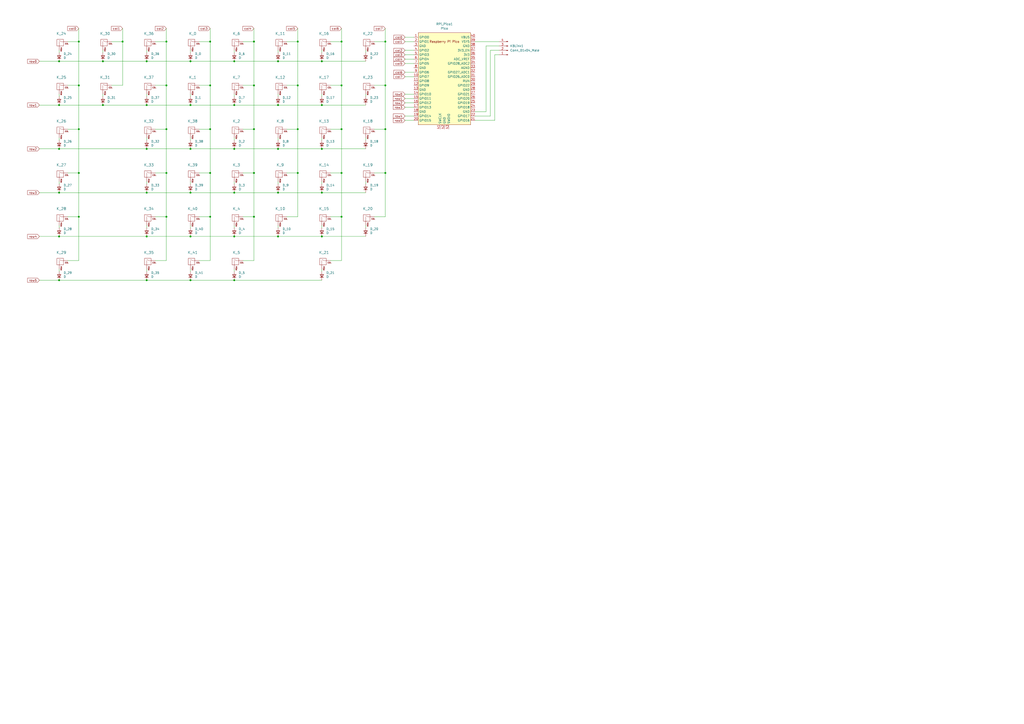
<source format=kicad_sch>
(kicad_sch (version 20211123) (generator eeschema)
  (paper "A2")
  (lib_symbols
    (symbol "Connector:Conn_01x04_Male" (pin_names (offset 1.016) hide)
      (property "Reference" "J" (at 0 5.08 0))
      (property "Value" "Conn_01x04_Male" (at 0 -7.62 0))
      (symbol "Conn_01x04_Male_1_1"
        (polyline (pts (xy 1.27 -5.08) (xy 0.8636 -5.08)) (stroke (width 0.1524)))
        (polyline (pts (xy 1.27 -2.54) (xy 0.8636 -2.54)) (stroke (width 0.1524)))
        (polyline (pts (xy 1.27 0) (xy 0.8636 0)) (stroke (width 0.1524)))
        (polyline (pts (xy 1.27 2.54) (xy 0.8636 2.54)) (stroke (width 0.1524)))
        (rectangle (start 0.8636 -4.953) (end 0 -5.207) (stroke (width 0.1524)) (fill (type outline)))
        (rectangle (start 0.8636 -2.413) (end 0 -2.667) (stroke (width 0.1524)) (fill (type outline)))
        (rectangle (start 0.8636 0.127) (end 0 -0.127) (stroke (width 0.1524)) (fill (type outline)))
        (rectangle (start 0.8636 2.667) (end 0 2.413) (stroke (width 0.1524)) (fill (type outline)))
        (pin passive line (at 5.08 2.54 180) (length 3.81) (name "Pin_1") (number "1"))
        (pin passive line (at 5.08 0 180) (length 3.81) (name "Pin_2") (number "2"))
        (pin passive line (at 5.08 -2.54 180) (length 3.81) (name "Pin_3") (number "3"))
        (pin passive line (at 5.08 -5.08 180) (length 3.81) (name "Pin_4") (number "4"))
      )
    )
    (symbol "Device:D_Small" (pin_numbers hide) (pin_names (offset 0.254) hide)
      (property "Reference" "D" (at -1.27 2.032 0))
      (property "Value" "D_Small" (at -3.81 -2.032 0))
      (symbol "D_Small_0_1"
        (polyline (pts (xy -0.762 -1.016) (xy -0.762 1.016)) (stroke (width 0.254)))
        (polyline (pts (xy -0.762 0) (xy 0.762 0)))
        (polyline (pts (xy 0.762 -1.016) (xy -0.762 0) (xy 0.762 1.016) (xy 0.762 -1.016)) (stroke (width 0.254)))
      )
      (symbol "D_Small_1_1"
        (pin passive line (at -2.54 0 0) (length 1.778) (name "K") (number "1"))
        (pin passive line (at 2.54 0 180) (length 1.778) (name "A") (number "2"))
      )
    )
    (symbol "MCU_RaspberryPi_and_Boards:Pico"
      (property "Reference" "U" (at -13.97 27.94 0))
      (property "Value" "Pico" (at 0 19.05 0))
      (symbol "Pico_0_0"
        (text "Raspberry Pi Pico" (at 0 21.59 0) (effects (font (size 1.27 1.27))))
      )
      (symbol "Pico_0_1"
        (rectangle (start -15.24 26.67) (end 15.24 -26.67) (fill (type background)))
      )
      (symbol "Pico_1_1"
        (pin bidirectional line (at -17.78 24.13 0) (length 2.54) (name "GPIO0") (number "1"))
        (pin bidirectional line (at -17.78 1.27 0) (length 2.54) (name "GPIO7") (number "10"))
        (pin bidirectional line (at -17.78 -1.27 0) (length 2.54) (name "GPIO8") (number "11"))
        (pin bidirectional line (at -17.78 -3.81 0) (length 2.54) (name "GPIO9") (number "12"))
        (pin power_in line (at -17.78 -6.35 0) (length 2.54) (name "GND") (number "13"))
        (pin bidirectional line (at -17.78 -8.89 0) (length 2.54) (name "GPIO10") (number "14"))
        (pin bidirectional line (at -17.78 -11.43 0) (length 2.54) (name "GPIO11") (number "15"))
        (pin bidirectional line (at -17.78 -13.97 0) (length 2.54) (name "GPIO12") (number "16"))
        (pin bidirectional line (at -17.78 -16.51 0) (length 2.54) (name "GPIO13") (number "17"))
        (pin power_in line (at -17.78 -19.05 0) (length 2.54) (name "GND") (number "18"))
        (pin bidirectional line (at -17.78 -21.59 0) (length 2.54) (name "GPIO14") (number "19"))
        (pin bidirectional line (at -17.78 21.59 0) (length 2.54) (name "GPIO1") (number "2"))
        (pin bidirectional line (at -17.78 -24.13 0) (length 2.54) (name "GPIO15") (number "20"))
        (pin bidirectional line (at 17.78 -24.13 180) (length 2.54) (name "GPIO16") (number "21"))
        (pin bidirectional line (at 17.78 -21.59 180) (length 2.54) (name "GPIO17") (number "22"))
        (pin power_in line (at 17.78 -19.05 180) (length 2.54) (name "GND") (number "23"))
        (pin bidirectional line (at 17.78 -16.51 180) (length 2.54) (name "GPIO18") (number "24"))
        (pin bidirectional line (at 17.78 -13.97 180) (length 2.54) (name "GPIO19") (number "25"))
        (pin bidirectional line (at 17.78 -11.43 180) (length 2.54) (name "GPIO20") (number "26"))
        (pin bidirectional line (at 17.78 -8.89 180) (length 2.54) (name "GPIO21") (number "27"))
        (pin power_in line (at 17.78 -6.35 180) (length 2.54) (name "GND") (number "28"))
        (pin bidirectional line (at 17.78 -3.81 180) (length 2.54) (name "GPIO22") (number "29"))
        (pin power_in line (at -17.78 19.05 0) (length 2.54) (name "GND") (number "3"))
        (pin input line (at 17.78 -1.27 180) (length 2.54) (name "RUN") (number "30"))
        (pin bidirectional line (at 17.78 1.27 180) (length 2.54) (name "GPIO26_ADC0") (number "31"))
        (pin bidirectional line (at 17.78 3.81 180) (length 2.54) (name "GPIO27_ADC1") (number "32"))
        (pin power_in line (at 17.78 6.35 180) (length 2.54) (name "AGND") (number "33"))
        (pin bidirectional line (at 17.78 8.89 180) (length 2.54) (name "GPIO28_ADC2") (number "34"))
        (pin power_in line (at 17.78 11.43 180) (length 2.54) (name "ADC_VREF") (number "35"))
        (pin power_in line (at 17.78 13.97 180) (length 2.54) (name "3V3") (number "36"))
        (pin input line (at 17.78 16.51 180) (length 2.54) (name "3V3_EN") (number "37"))
        (pin bidirectional line (at 17.78 19.05 180) (length 2.54) (name "GND") (number "38"))
        (pin power_in line (at 17.78 21.59 180) (length 2.54) (name "VSYS") (number "39"))
        (pin bidirectional line (at -17.78 16.51 0) (length 2.54) (name "GPIO2") (number "4"))
        (pin power_in line (at 17.78 24.13 180) (length 2.54) (name "VBUS") (number "40"))
        (pin input line (at -2.54 -29.21 90) (length 2.54) (name "SWCLK") (number "41"))
        (pin power_in line (at 0 -29.21 90) (length 2.54) (name "GND") (number "42"))
        (pin bidirectional line (at 2.54 -29.21 90) (length 2.54) (name "SWDIO") (number "43"))
        (pin bidirectional line (at -17.78 13.97 0) (length 2.54) (name "GPIO3") (number "5"))
        (pin bidirectional line (at -17.78 11.43 0) (length 2.54) (name "GPIO4") (number "6"))
        (pin bidirectional line (at -17.78 8.89 0) (length 2.54) (name "GPIO5") (number "7"))
        (pin power_in line (at -17.78 6.35 0) (length 2.54) (name "GND") (number "8"))
        (pin bidirectional line (at -17.78 3.81 0) (length 2.54) (name "GPIO6") (number "9"))
      )
    )
    (symbol "MX_Alps_Hybrid:MX-NoLED" (pin_names (offset 1.016))
      (property "Reference" "MX" (at -0.635 3.81 0))
      (property "Value" "MX-NoLED" (at -0.635 1.27 0))
      (symbol "MX-NoLED_0_0"
        (rectangle (start -2.54 2.54) (end 1.27 -1.27))
        (polyline (pts (xy -1.27 -1.27) (xy -1.27 1.27)) (stroke (width 0.127)))
        (polyline (pts (xy 1.27 1.27) (xy 0 1.27) (xy -1.27 1.905)) (stroke (width 0.127)))
        (text "COL" (at 3.175 0 0) (effects (font (size 0.762 0.762))))
        (text "ROW" (at 0 -1.905 900) (effects (font (size 0.762 0.762)) (justify right)))
      )
      (symbol "MX-NoLED_1_1"
        (pin passive line (at 3.81 1.27 180) (length 2.54) (name "COL") (number "1"))
        (pin passive line (at -1.27 -3.81 90) (length 2.54) (name "ROW") (number "2"))
      )
    )
  )
  (junction (at 135.89 35.56))
  (junction (at 186.69 86.36))
  (junction (at 121.92 49.53))
  (junction (at 223.52 74.93))
  (junction (at 198.12 24.13))
  (junction (at 161.29 35.56))
  (junction (at 172.72 74.93))
  (junction (at 161.29 86.36))
  (junction (at 135.89 60.96))
  (junction (at 59.69 35.56))
  (junction (at 198.12 49.53))
  (junction (at 34.29 111.76))
  (junction (at 96.52 49.53))
  (junction (at 121.92 125.73))
  (junction (at 110.49 35.56))
  (junction (at 135.89 162.56))
  (junction (at 110.49 86.36))
  (junction (at 172.72 100.33))
  (junction (at 161.29 60.96))
  (junction (at 45.72 49.53))
  (junction (at 85.09 35.56))
  (junction (at 161.29 111.76))
  (junction (at 45.72 100.33))
  (junction (at 223.52 100.33))
  (junction (at 198.12 125.73))
  (junction (at 161.29 137.16))
  (junction (at 96.52 125.73))
  (junction (at 172.72 49.53))
  (junction (at 110.49 162.56))
  (junction (at 34.29 137.16))
  (junction (at 223.52 49.53))
  (junction (at 45.72 24.13))
  (junction (at 71.12 24.13))
  (junction (at 147.32 125.73))
  (junction (at 59.69 60.96))
  (junction (at 147.32 100.33))
  (junction (at 186.69 111.76))
  (junction (at 186.69 60.96))
  (junction (at 85.09 111.76))
  (junction (at 223.52 24.13))
  (junction (at 198.12 100.33))
  (junction (at 85.09 86.36))
  (junction (at 34.29 86.36))
  (junction (at 110.49 60.96))
  (junction (at 34.29 162.56))
  (junction (at 121.92 74.93))
  (junction (at 135.89 111.76))
  (junction (at 186.69 35.56))
  (junction (at 110.49 137.16))
  (junction (at 172.72 24.13))
  (junction (at 96.52 24.13))
  (junction (at 96.52 74.93))
  (junction (at 147.32 49.53))
  (junction (at 147.32 24.13))
  (junction (at 85.09 162.56))
  (junction (at 85.09 137.16))
  (junction (at 45.72 74.93))
  (junction (at 110.49 111.76))
  (junction (at 121.92 100.33))
  (junction (at 96.52 100.33))
  (junction (at 147.32 74.93))
  (junction (at 121.92 24.13))
  (junction (at 135.89 137.16))
  (junction (at 198.12 74.93))
  (junction (at 135.89 86.36))
  (junction (at 45.72 125.73))
  (junction (at 186.69 137.16))
  (junction (at 34.29 35.56))
  (junction (at 34.29 60.96))
  (junction (at 85.09 60.96))
  (wire (pts (xy 96.52 125.73) (xy 96.52 100.33)))
  (wire (pts (xy 212.09 130.81) (xy 212.09 132.08)))
  (wire (pts (xy 161.29 111.76) (xy 186.69 111.76)))
  (wire (pts (xy 234.95 69.85) (xy 240.03 69.85)))
  (wire (pts (xy 223.52 100.33) (xy 223.52 74.93)))
  (wire (pts (xy 115.57 125.73) (xy 121.92 125.73)))
  (wire (pts (xy 34.29 54.61) (xy 34.29 55.88)))
  (wire (pts (xy 198.12 16.51) (xy 198.12 24.13)))
  (wire (pts (xy 85.09 54.61) (xy 85.09 55.88)))
  (wire (pts (xy 289.56 31.75) (xy 287.02 31.75)))
  (wire (pts (xy 198.12 24.13) (xy 198.12 49.53)))
  (wire (pts (xy 135.89 80.01) (xy 135.89 81.28)))
  (wire (pts (xy 110.49 80.01) (xy 110.49 81.28)))
  (wire (pts (xy 45.72 16.51) (xy 45.72 24.13)))
  (wire (pts (xy 140.97 49.53) (xy 147.32 49.53)))
  (wire (pts (xy 212.09 54.61) (xy 212.09 55.88)))
  (wire (pts (xy 110.49 60.96) (xy 135.89 60.96)))
  (wire (pts (xy 110.49 130.81) (xy 110.49 132.08)))
  (wire (pts (xy 234.95 62.23) (xy 240.03 62.23)))
  (wire (pts (xy 64.77 49.53) (xy 71.12 49.53)))
  (wire (pts (xy 22.86 111.76) (xy 34.29 111.76)))
  (wire (pts (xy 34.29 111.76) (xy 85.09 111.76)))
  (wire (pts (xy 198.12 151.13) (xy 198.12 125.73)))
  (wire (pts (xy 90.17 100.33) (xy 96.52 100.33)))
  (wire (pts (xy 34.29 162.56) (xy 85.09 162.56)))
  (wire (pts (xy 161.29 105.41) (xy 161.29 106.68)))
  (wire (pts (xy 234.95 57.15) (xy 240.03 57.15)))
  (wire (pts (xy 234.95 24.13) (xy 240.03 24.13)))
  (wire (pts (xy 191.77 100.33) (xy 198.12 100.33)))
  (wire (pts (xy 110.49 137.16) (xy 135.89 137.16)))
  (wire (pts (xy 115.57 24.13) (xy 121.92 24.13)))
  (wire (pts (xy 85.09 111.76) (xy 110.49 111.76)))
  (wire (pts (xy 166.37 100.33) (xy 172.72 100.33)))
  (wire (pts (xy 161.29 54.61) (xy 161.29 55.88)))
  (wire (pts (xy 161.29 35.56) (xy 186.69 35.56)))
  (wire (pts (xy 172.72 24.13) (xy 172.72 49.53)))
  (wire (pts (xy 234.95 41.91) (xy 240.03 41.91)))
  (wire (pts (xy 135.89 130.81) (xy 135.89 132.08)))
  (wire (pts (xy 85.09 35.56) (xy 110.49 35.56)))
  (wire (pts (xy 59.69 60.96) (xy 85.09 60.96)))
  (wire (pts (xy 115.57 49.53) (xy 121.92 49.53)))
  (wire (pts (xy 85.09 86.36) (xy 110.49 86.36)))
  (wire (pts (xy 45.72 74.93) (xy 45.72 49.53)))
  (wire (pts (xy 110.49 86.36) (xy 135.89 86.36)))
  (wire (pts (xy 39.37 74.93) (xy 45.72 74.93)))
  (wire (pts (xy 217.17 125.73) (xy 223.52 125.73)))
  (wire (pts (xy 135.89 29.21) (xy 135.89 30.48)))
  (wire (pts (xy 135.89 54.61) (xy 135.89 55.88)))
  (wire (pts (xy 234.95 44.45) (xy 240.03 44.45)))
  (wire (pts (xy 198.12 100.33) (xy 198.12 74.93)))
  (wire (pts (xy 34.29 60.96) (xy 59.69 60.96)))
  (wire (pts (xy 217.17 24.13) (xy 223.52 24.13)))
  (wire (pts (xy 223.52 24.13) (xy 223.52 49.53)))
  (wire (pts (xy 22.86 86.36) (xy 34.29 86.36)))
  (wire (pts (xy 161.29 86.36) (xy 186.69 86.36)))
  (wire (pts (xy 110.49 29.21) (xy 110.49 30.48)))
  (wire (pts (xy 121.92 125.73) (xy 121.92 100.33)))
  (wire (pts (xy 135.89 156.21) (xy 135.89 157.48)))
  (wire (pts (xy 186.69 105.41) (xy 186.69 106.68)))
  (wire (pts (xy 234.95 36.83) (xy 240.03 36.83)))
  (wire (pts (xy 289.56 26.67) (xy 281.94 26.67)))
  (wire (pts (xy 121.92 16.51) (xy 121.92 24.13)))
  (wire (pts (xy 135.89 105.41) (xy 135.89 106.68)))
  (wire (pts (xy 166.37 24.13) (xy 172.72 24.13)))
  (wire (pts (xy 96.52 24.13) (xy 96.52 49.53)))
  (wire (pts (xy 287.02 31.75) (xy 287.02 69.85)))
  (wire (pts (xy 223.52 125.73) (xy 223.52 100.33)))
  (wire (pts (xy 110.49 162.56) (xy 135.89 162.56)))
  (wire (pts (xy 281.94 26.67) (xy 281.94 64.77)))
  (wire (pts (xy 121.92 100.33) (xy 121.92 74.93)))
  (wire (pts (xy 64.77 24.13) (xy 71.12 24.13)))
  (wire (pts (xy 121.92 24.13) (xy 121.92 49.53)))
  (wire (pts (xy 186.69 54.61) (xy 186.69 55.88)))
  (wire (pts (xy 96.52 100.33) (xy 96.52 74.93)))
  (wire (pts (xy 161.29 60.96) (xy 186.69 60.96)))
  (wire (pts (xy 166.37 49.53) (xy 172.72 49.53)))
  (wire (pts (xy 172.72 16.51) (xy 172.72 24.13)))
  (wire (pts (xy 191.77 74.93) (xy 198.12 74.93)))
  (wire (pts (xy 39.37 100.33) (xy 45.72 100.33)))
  (wire (pts (xy 85.09 80.01) (xy 85.09 81.28)))
  (wire (pts (xy 39.37 24.13) (xy 45.72 24.13)))
  (wire (pts (xy 234.95 54.61) (xy 240.03 54.61)))
  (wire (pts (xy 147.32 24.13) (xy 147.32 49.53)))
  (wire (pts (xy 85.09 162.56) (xy 110.49 162.56)))
  (wire (pts (xy 34.29 137.16) (xy 85.09 137.16)))
  (wire (pts (xy 166.37 74.93) (xy 172.72 74.93)))
  (wire (pts (xy 198.12 125.73) (xy 198.12 100.33)))
  (wire (pts (xy 90.17 125.73) (xy 96.52 125.73)))
  (wire (pts (xy 217.17 100.33) (xy 223.52 100.33)))
  (wire (pts (xy 90.17 49.53) (xy 96.52 49.53)))
  (wire (pts (xy 166.37 125.73) (xy 172.72 125.73)))
  (wire (pts (xy 39.37 49.53) (xy 45.72 49.53)))
  (wire (pts (xy 234.95 29.21) (xy 240.03 29.21)))
  (wire (pts (xy 140.97 74.93) (xy 147.32 74.93)))
  (wire (pts (xy 172.72 100.33) (xy 172.72 74.93)))
  (wire (pts (xy 115.57 151.13) (xy 121.92 151.13)))
  (wire (pts (xy 212.09 105.41) (xy 212.09 106.68)))
  (wire (pts (xy 140.97 100.33) (xy 147.32 100.33)))
  (wire (pts (xy 275.59 67.31) (xy 284.48 67.31)))
  (wire (pts (xy 85.09 29.21) (xy 85.09 30.48)))
  (wire (pts (xy 85.09 105.41) (xy 85.09 106.68)))
  (wire (pts (xy 135.89 111.76) (xy 161.29 111.76)))
  (wire (pts (xy 284.48 67.31) (xy 284.48 29.21)))
  (wire (pts (xy 96.52 74.93) (xy 96.52 49.53)))
  (wire (pts (xy 85.09 137.16) (xy 110.49 137.16)))
  (wire (pts (xy 45.72 100.33) (xy 45.72 74.93)))
  (wire (pts (xy 198.12 74.93) (xy 198.12 49.53)))
  (wire (pts (xy 115.57 74.93) (xy 121.92 74.93)))
  (wire (pts (xy 147.32 151.13) (xy 147.32 125.73)))
  (wire (pts (xy 284.48 29.21) (xy 289.56 29.21)))
  (wire (pts (xy 186.69 60.96) (xy 212.09 60.96)))
  (wire (pts (xy 186.69 137.16) (xy 212.09 137.16)))
  (wire (pts (xy 186.69 80.01) (xy 186.69 81.28)))
  (wire (pts (xy 234.95 59.69) (xy 240.03 59.69)))
  (wire (pts (xy 234.95 21.59) (xy 240.03 21.59)))
  (wire (pts (xy 186.69 111.76) (xy 212.09 111.76)))
  (wire (pts (xy 140.97 151.13) (xy 147.32 151.13)))
  (wire (pts (xy 90.17 151.13) (xy 96.52 151.13)))
  (wire (pts (xy 110.49 156.21) (xy 110.49 157.48)))
  (wire (pts (xy 39.37 125.73) (xy 45.72 125.73)))
  (wire (pts (xy 161.29 130.81) (xy 161.29 132.08)))
  (wire (pts (xy 212.09 29.21) (xy 212.09 30.48)))
  (wire (pts (xy 110.49 111.76) (xy 135.89 111.76)))
  (wire (pts (xy 140.97 24.13) (xy 147.32 24.13)))
  (wire (pts (xy 212.09 80.01) (xy 212.09 81.28)))
  (wire (pts (xy 59.69 35.56) (xy 85.09 35.56)))
  (wire (pts (xy 22.86 137.16) (xy 34.29 137.16)))
  (wire (pts (xy 161.29 137.16) (xy 186.69 137.16)))
  (wire (pts (xy 135.89 137.16) (xy 161.29 137.16)))
  (wire (pts (xy 217.17 49.53) (xy 223.52 49.53)))
  (wire (pts (xy 45.72 24.13) (xy 45.72 49.53)))
  (wire (pts (xy 234.95 67.31) (xy 240.03 67.31)))
  (wire (pts (xy 39.37 151.13) (xy 45.72 151.13)))
  (wire (pts (xy 172.72 74.93) (xy 172.72 49.53)))
  (wire (pts (xy 85.09 130.81) (xy 85.09 132.08)))
  (wire (pts (xy 22.86 162.56) (xy 34.29 162.56)))
  (wire (pts (xy 90.17 24.13) (xy 96.52 24.13)))
  (wire (pts (xy 191.77 49.53) (xy 198.12 49.53)))
  (wire (pts (xy 34.29 29.21) (xy 34.29 30.48)))
  (wire (pts (xy 186.69 35.56) (xy 212.09 35.56)))
  (wire (pts (xy 186.69 86.36) (xy 212.09 86.36)))
  (wire (pts (xy 135.89 86.36) (xy 161.29 86.36)))
  (wire (pts (xy 140.97 125.73) (xy 147.32 125.73)))
  (wire (pts (xy 147.32 125.73) (xy 147.32 100.33)))
  (wire (pts (xy 281.94 64.77) (xy 275.59 64.77)))
  (wire (pts (xy 34.29 86.36) (xy 85.09 86.36)))
  (wire (pts (xy 121.92 74.93) (xy 121.92 49.53)))
  (wire (pts (xy 191.77 125.73) (xy 198.12 125.73)))
  (wire (pts (xy 147.32 16.51) (xy 147.32 24.13)))
  (wire (pts (xy 22.86 60.96) (xy 34.29 60.96)))
  (wire (pts (xy 90.17 74.93) (xy 96.52 74.93)))
  (wire (pts (xy 34.29 105.41) (xy 34.29 106.68)))
  (wire (pts (xy 287.02 69.85) (xy 275.59 69.85)))
  (wire (pts (xy 135.89 35.56) (xy 161.29 35.56)))
  (wire (pts (xy 34.29 156.21) (xy 34.29 157.48)))
  (wire (pts (xy 234.95 31.75) (xy 240.03 31.75)))
  (wire (pts (xy 217.17 74.93) (xy 223.52 74.93)))
  (wire (pts (xy 71.12 24.13) (xy 71.12 49.53)))
  (wire (pts (xy 96.52 16.51) (xy 96.52 24.13)))
  (wire (pts (xy 85.09 156.21) (xy 85.09 157.48)))
  (wire (pts (xy 110.49 105.41) (xy 110.49 106.68)))
  (wire (pts (xy 115.57 100.33) (xy 121.92 100.33)))
  (wire (pts (xy 191.77 24.13) (xy 198.12 24.13)))
  (wire (pts (xy 186.69 29.21) (xy 186.69 30.48)))
  (wire (pts (xy 186.69 156.21) (xy 186.69 157.48)))
  (wire (pts (xy 96.52 151.13) (xy 96.52 125.73)))
  (wire (pts (xy 110.49 54.61) (xy 110.49 55.88)))
  (wire (pts (xy 223.52 74.93) (xy 223.52 49.53)))
  (wire (pts (xy 147.32 74.93) (xy 147.32 49.53)))
  (wire (pts (xy 59.69 54.61) (xy 59.69 55.88)))
  (wire (pts (xy 223.52 16.51) (xy 223.52 24.13)))
  (wire (pts (xy 22.86 35.56) (xy 34.29 35.56)))
  (wire (pts (xy 34.29 80.01) (xy 34.29 81.28)))
  (wire (pts (xy 161.29 80.01) (xy 161.29 81.28)))
  (wire (pts (xy 59.69 29.21) (xy 59.69 30.48)))
  (wire (pts (xy 34.29 130.81) (xy 34.29 132.08)))
  (wire (pts (xy 172.72 125.73) (xy 172.72 100.33)))
  (wire (pts (xy 135.89 162.56) (xy 186.69 162.56)))
  (wire (pts (xy 110.49 35.56) (xy 135.89 35.56)))
  (wire (pts (xy 85.09 60.96) (xy 110.49 60.96)))
  (wire (pts (xy 147.32 100.33) (xy 147.32 74.93)))
  (wire (pts (xy 234.95 34.29) (xy 240.03 34.29)))
  (wire (pts (xy 34.29 35.56) (xy 59.69 35.56)))
  (wire (pts (xy 45.72 125.73) (xy 45.72 100.33)))
  (wire (pts (xy 275.59 24.13) (xy 289.56 24.13)))
  (wire (pts (xy 191.77 151.13) (xy 198.12 151.13)))
  (wire (pts (xy 45.72 151.13) (xy 45.72 125.73)))
  (wire (pts (xy 161.29 29.21) (xy 161.29 30.48)))
  (wire (pts (xy 186.69 130.81) (xy 186.69 132.08)))
  (wire (pts (xy 135.89 60.96) (xy 161.29 60.96)))
  (wire (pts (xy 121.92 151.13) (xy 121.92 125.73)))
  (wire (pts (xy 71.12 16.51) (xy 71.12 24.13)))
  (global_label "row5" (shape input) (at 22.86 162.56 180) (property "Intersheet References" "${INTERSHEET_REFS}" (effects hide)))
  (global_label "col1" (shape input) (at 234.95 24.13 180) (property "Intersheet References" "${INTERSHEET_REFS}" (effects hide)))
  (global_label "col4" (shape input) (at 234.95 34.29 180) (property "Intersheet References" "${INTERSHEET_REFS}" (effects hide)))
  (global_label "col6" (shape input) (at 198.12 16.51 180) (property "Intersheet References" "${INTERSHEET_REFS}" (effects hide)))
  (global_label "row5" (shape input) (at 234.95 69.85 180) (property "Intersheet References" "${INTERSHEET_REFS}" (effects hide)))
  (global_label "col7" (shape input) (at 234.95 44.45 180) (property "Intersheet References" "${INTERSHEET_REFS}" (effects hide)))
  (global_label "row4" (shape input) (at 234.95 67.31 180) (property "Intersheet References" "${INTERSHEET_REFS}" (effects hide)))
  (global_label "row1" (shape input) (at 234.95 57.15 180) (property "Intersheet References" "${INTERSHEET_REFS}" (effects hide)))
  (global_label "row2" (shape input) (at 22.86 86.36 180) (property "Intersheet References" "${INTERSHEET_REFS}" (effects hide)))
  (global_label "col5" (shape input) (at 172.72 16.51 180) (property "Intersheet References" "${INTERSHEET_REFS}" (effects hide)))
  (global_label "row4" (shape input) (at 22.86 137.16 180) (property "Intersheet References" "${INTERSHEET_REFS}" (effects hide)))
  (global_label "row1" (shape input) (at 22.86 60.96 180) (property "Intersheet References" "${INTERSHEET_REFS}" (effects hide)))
  (global_label "row0" (shape input) (at 22.86 35.56 180) (property "Intersheet References" "${INTERSHEET_REFS}" (effects hide)))
  (global_label "col5" (shape input) (at 234.95 36.83 180) (property "Intersheet References" "${INTERSHEET_REFS}" (effects hide)))
  (global_label "col7" (shape input) (at 223.52 16.51 180) (property "Intersheet References" "${INTERSHEET_REFS}" (effects hide)))
  (global_label "col0" (shape input) (at 45.72 16.51 180) (property "Intersheet References" "${INTERSHEET_REFS}" (effects hide)))
  (global_label "col2" (shape input) (at 234.95 29.21 180) (property "Intersheet References" "${INTERSHEET_REFS}" (effects hide)))
  (global_label "col4" (shape input) (at 147.32 16.51 180) (property "Intersheet References" "${INTERSHEET_REFS}" (effects hide)))
  (global_label "col3" (shape input) (at 234.95 31.75 180) (property "Intersheet References" "${INTERSHEET_REFS}" (effects hide)))
  (global_label "row0" (shape input) (at 234.95 54.61 180) (property "Intersheet References" "${INTERSHEET_REFS}" (effects hide)))
  (global_label "col0" (shape input) (at 234.95 21.59 180) (property "Intersheet References" "${INTERSHEET_REFS}" (effects hide)))
  (global_label "col3" (shape input) (at 121.92 16.51 180) (property "Intersheet References" "${INTERSHEET_REFS}" (effects hide)))
  (global_label "row3" (shape input) (at 22.86 111.76 180) (property "Intersheet References" "${INTERSHEET_REFS}" (effects hide)))
  (global_label "col2" (shape input) (at 96.52 16.51 180) (property "Intersheet References" "${INTERSHEET_REFS}" (effects hide)))
  (global_label "row2" (shape input) (at 234.95 59.69 180) (property "Intersheet References" "${INTERSHEET_REFS}" (effects hide)))
  (global_label "col6" (shape input) (at 234.95 41.91 180) (property "Intersheet References" "${INTERSHEET_REFS}" (effects hide)))
  (global_label "row3" (shape input) (at 234.95 62.23 180) (property "Intersheet References" "${INTERSHEET_REFS}" (effects hide)))
  (global_label "col1" (shape input) (at 71.12 16.51 180) (property "Intersheet References" "${INTERSHEET_REFS}" (effects hide)))
  (symbol (lib_id "Device:D_Small") (at 186.69 33.02 90) (unit 1)
    (property "Reference" "D_16" (at 189.23 31.242 90) (effects (justify right)))
    (property "Value" "D" (at 189.23 33.528 90) (effects (justify right)))
    (property "Footprint" "Diode_SMD:D_SOD-123" (effects hide))
  )
  (symbol (lib_id "Device:D_Small") (at 135.89 109.22 90) (unit 1)
    (property "Reference" "D_3" (at 138.43 107.442 90) (effects (justify right)))
    (property "Value" "D" (at 138.43 109.728 90) (effects (justify right)))
    (property "Footprint" "Diode_SMD:D_SOD-123" (effects hide))
  )
  (symbol (lib_id "Device:D_Small") (at 59.69 33.02 90) (unit 1)
    (property "Reference" "D_30" (at 62.23 31.242 90) (effects (justify right)))
    (property "Value" "D" (at 62.23 33.528 90) (effects (justify right)))
    (property "Footprint" "Diode_SMD:D_SOD-123" (effects hide))
  )
  (symbol (lib_id "Device:D_Small") (at 186.69 109.22 90) (unit 1)
    (property "Reference" "D_14" (at 189.23 107.442 90) (effects (justify right)))
    (property "Value" "D" (at 189.23 109.728 90) (effects (justify right)))
    (property "Footprint" "Diode_SMD:D_SOD-123" (effects hide))
  )
  (symbol (lib_id "Device:D_Small") (at 161.29 134.62 90) (unit 1)
    (property "Reference" "D_10" (at 163.83 132.842 90) (effects (justify right)))
    (property "Value" "D" (at 163.83 135.128 90) (effects (justify right)))
    (property "Footprint" "Diode_SMD:D_SOD-123" (effects hide))
  )
  (symbol (lib_id "Device:D_Small") (at 110.49 58.42 90) (unit 1)
    (property "Reference" "D_1" (at 113.03 56.642 90) (effects (justify right)))
    (property "Value" "D" (at 113.03 58.928 90) (effects (justify right)))
    (property "Footprint" "Diode_SMD:D_SOD-123" (effects hide))
  )
  (symbol (lib_id "Device:D_Small") (at 34.29 134.62 90) (unit 1)
    (property "Reference" "D_28" (at 36.83 132.842 90) (effects (justify right)))
    (property "Value" "D" (at 36.83 135.128 90) (effects (justify right)))
    (property "Footprint" "Diode_SMD:D_SOD-123" (effects hide))
  )
  (symbol (lib_id "MX_Alps_Hybrid:MX-NoLED") (at 137.16 25.4 0) (unit 1)
    (property "Reference" "K_6" (at 137.16 19.4818 0) (effects (font (size 1.524 1.524))))
    (property "Value" "KEYSW" (effects hide))
    (property "Footprint" "Switch_Keyboard_Hotswap_Kailh:SW_Hotswap_Kailh_Choc_V1V2_1.00u" (effects hide))
  )
  (symbol (lib_id "MX_Alps_Hybrid:MX-NoLED") (at 86.36 76.2 0) (unit 1)
    (property "Reference" "K_32" (at 86.36 70.2818 0) (effects (font (size 1.524 1.524))))
    (property "Value" "KEYSW" (effects hide))
    (property "Footprint" "Switch_Keyboard_Hotswap_Kailh:SW_Hotswap_Kailh_Choc_V1V2_1.00u" (effects hide))
  )
  (symbol (lib_id "MX_Alps_Hybrid:MX-NoLED") (at 162.56 76.2 0) (unit 1)
    (property "Reference" "K_8" (at 162.56 70.2818 0) (effects (font (size 1.524 1.524))))
    (property "Value" "KEYSW" (effects hide))
    (property "Footprint" "Switch_Keyboard_Hotswap_Kailh:SW_Hotswap_Kailh_Choc_V1V2_1.00u" (effects hide))
  )
  (symbol (lib_id "MCU_RaspberryPi_and_Boards:Pico") (at 257.81 45.72 0) (unit 1)
    (property "Reference" "RPi_Pico1" (at 257.81 13.97 0))
    (property "Value" "Pico" (at 257.81 16.51 0))
    (property "Footprint" "MCU_RaspberryPi_and_Boards:RPi_Pico_SMD_TH" (effects hide))
  )
  (symbol (lib_id "Device:D_Small") (at 85.09 134.62 90) (unit 1)
    (property "Reference" "D_34" (at 87.63 132.842 90) (effects (justify right)))
    (property "Value" "D" (at 87.63 135.128 90) (effects (justify right)))
    (property "Footprint" "Diode_SMD:D_SOD-123" (effects hide))
  )
  (symbol (lib_id "MX_Alps_Hybrid:MX-NoLED") (at 187.96 127 0) (unit 1)
    (property "Reference" "K_15" (at 187.96 121.0818 0) (effects (font (size 1.524 1.524))))
    (property "Value" "KEYSW" (effects hide))
    (property "Footprint" "Switch_Keyboard_Hotswap_Kailh:SW_Hotswap_Kailh_Choc_V1V2_1.00u" (effects hide))
  )
  (symbol (lib_id "MX_Alps_Hybrid:MX-NoLED") (at 187.96 50.8 0) (unit 1)
    (property "Reference" "K_17" (at 187.96 44.8818 0) (effects (font (size 1.524 1.524))))
    (property "Value" "KEYSW" (effects hide))
    (property "Footprint" "Switch_Keyboard_Hotswap_Kailh:SW_Hotswap_Kailh_Choc_V1V2_1.00u" (effects hide))
  )
  (symbol (lib_id "Device:D_Small") (at 110.49 109.22 90) (unit 1)
    (property "Reference" "D_39" (at 113.03 107.442 90) (effects (justify right)))
    (property "Value" "D" (at 113.03 109.728 90) (effects (justify right)))
    (property "Footprint" "Diode_SMD:D_SOD-123" (effects hide))
  )
  (symbol (lib_id "MX_Alps_Hybrid:MX-NoLED") (at 60.96 25.4 0) (unit 1)
    (property "Reference" "K_30" (at 60.96 19.4818 0) (effects (font (size 1.524 1.524))))
    (property "Value" "KEYSW" (effects hide))
    (property "Footprint" "Switch_Keyboard_Hotswap_Kailh:SW_Hotswap_Kailh_Choc_V1V2_1.00u" (effects hide))
  )
  (symbol (lib_id "MX_Alps_Hybrid:MX-NoLED") (at 137.16 50.8 0) (unit 1)
    (property "Reference" "K_7" (at 137.16 44.8818 0) (effects (font (size 1.524 1.524))))
    (property "Value" "KEYSW" (effects hide))
    (property "Footprint" "Switch_Keyboard_Hotswap_Kailh:SW_Hotswap_Kailh_Choc_V1V2_1.00u" (effects hide))
  )
  (symbol (lib_id "MX_Alps_Hybrid:MX-NoLED") (at 213.36 76.2 0) (unit 1)
    (property "Reference" "K_18" (at 213.36 70.2818 0) (effects (font (size 1.524 1.524))))
    (property "Value" "KEYSW" (effects hide))
    (property "Footprint" "Switch_Keyboard_Hotswap_Kailh:SW_Hotswap_Kailh_Choc_V1V2_1.00u" (effects hide))
  )
  (symbol (lib_id "MX_Alps_Hybrid:MX-NoLED") (at 137.16 101.6 0) (unit 1)
    (property "Reference" "K_3" (at 137.16 95.6818 0) (effects (font (size 1.524 1.524))))
    (property "Value" "KEYSW" (effects hide))
    (property "Footprint" "Switch_Keyboard_Hotswap_Kailh:SW_Hotswap_Kailh_Choc_V1V2_1.00u" (effects hide))
  )
  (symbol (lib_id "Device:D_Small") (at 135.89 134.62 90) (unit 1)
    (property "Reference" "D_4" (at 138.43 132.842 90) (effects (justify right)))
    (property "Value" "D" (at 138.43 135.128 90) (effects (justify right)))
    (property "Footprint" "Diode_SMD:D_SOD-123" (effects hide))
  )
  (symbol (lib_id "Device:D_Small") (at 186.69 83.82 90) (unit 1)
    (property "Reference" "D_13" (at 189.23 82.042 90) (effects (justify right)))
    (property "Value" "D" (at 189.23 84.328 90) (effects (justify right)))
    (property "Footprint" "Diode_SMD:D_SOD-123" (effects hide))
  )
  (symbol (lib_id "Device:D_Small") (at 186.69 134.62 90) (unit 1)
    (property "Reference" "D_15" (at 189.23 132.842 90) (effects (justify right)))
    (property "Value" "D" (at 189.23 135.128 90) (effects (justify right)))
    (property "Footprint" "Diode_SMD:D_SOD-123" (effects hide))
  )
  (symbol (lib_id "MX_Alps_Hybrid:MX-NoLED") (at 213.36 50.8 0) (unit 1)
    (property "Reference" "K_23" (at 213.36 44.8818 0) (effects (font (size 1.524 1.524))))
    (property "Value" "KEYSW" (effects hide))
    (property "Footprint" "Switch_Keyboard_Hotswap_Kailh:SW_Hotswap_Kailh_Choc_V1V2_1.00u" (effects hide))
  )
  (symbol (lib_id "MX_Alps_Hybrid:MX-NoLED") (at 213.36 25.4 0) (unit 1)
    (property "Reference" "K_22" (at 213.36 19.4818 0) (effects (font (size 1.524 1.524))))
    (property "Value" "KEYSW" (effects hide))
    (property "Footprint" "Switch_Keyboard_Hotswap_Kailh:SW_Hotswap_Kailh_Choc_V1V2_1.00u" (effects hide))
  )
  (symbol (lib_id "MX_Alps_Hybrid:MX-NoLED") (at 35.56 50.8 0) (unit 1)
    (property "Reference" "K_25" (at 35.56 44.8818 0) (effects (font (size 1.524 1.524))))
    (property "Value" "KEYSW" (effects hide))
    (property "Footprint" "Switch_Keyboard_Hotswap_Kailh:SW_Hotswap_Kailh_Choc_V1V2_1.00u" (effects hide))
  )
  (symbol (lib_id "MX_Alps_Hybrid:MX-NoLED") (at 111.76 127 0) (unit 1)
    (property "Reference" "K_40" (at 111.76 121.0818 0) (effects (font (size 1.524 1.524))))
    (property "Value" "KEYSW" (effects hide))
    (property "Footprint" "Switch_Keyboard_Hotswap_Kailh:SW_Hotswap_Kailh_Choc_V1V2_1.00u" (effects hide))
  )
  (symbol (lib_id "MX_Alps_Hybrid:MX-NoLED") (at 111.76 25.4 0) (unit 1)
    (property "Reference" "K_0" (at 111.76 19.4818 0) (effects (font (size 1.524 1.524))))
    (property "Value" "KEYSW" (effects hide))
    (property "Footprint" "Switch_Keyboard_Hotswap_Kailh:SW_Hotswap_Kailh_Choc_V1V2_1.00u" (effects hide))
  )
  (symbol (lib_id "Device:D_Small") (at 212.09 58.42 90) (unit 1)
    (property "Reference" "D_23" (at 214.63 56.642 90) (effects (justify right)))
    (property "Value" "D" (at 214.63 58.928 90) (effects (justify right)))
    (property "Footprint" "Diode_SMD:D_SOD-123" (effects hide))
  )
  (symbol (lib_id "Connector:Conn_01x04_Male") (at 294.64 29.21 180) (unit 1)
    (property "Reference" "KBLink1" (at 295.91 26.6699 0) (effects (justify right)))
    (property "Value" "Conn_01x04_Male" (at 295.91 29.2099 0) (effects (justify right)))
    (property "Footprint" "Connector_JST:JST_SH_SM04B-SRSS-TB_1x04-1MP_P1.00mm_Horizontal" (effects hide))
  )
  (symbol (lib_id "MX_Alps_Hybrid:MX-NoLED") (at 35.56 152.4 0) (unit 1)
    (property "Reference" "K_29" (at 35.56 146.4818 0) (effects (font (size 1.524 1.524))))
    (property "Value" "KEYSW" (effects hide))
    (property "Footprint" "Switch_Keyboard_Hotswap_Kailh:SW_Hotswap_Kailh_Choc_V1V2_1.50u" (effects hide))
  )
  (symbol (lib_id "MX_Alps_Hybrid:MX-NoLED") (at 187.96 76.2 0) (unit 1)
    (property "Reference" "K_13" (at 187.96 70.2818 0) (effects (font (size 1.524 1.524))))
    (property "Value" "KEYSW" (effects hide))
    (property "Footprint" "Switch_Keyboard_Hotswap_Kailh:SW_Hotswap_Kailh_Choc_V1V2_1.00u" (effects hide))
  )
  (symbol (lib_id "MX_Alps_Hybrid:MX-NoLED") (at 187.96 101.6 0) (unit 1)
    (property "Reference" "K_14" (at 187.96 95.6818 0) (effects (font (size 1.524 1.524))))
    (property "Value" "KEYSW" (effects hide))
    (property "Footprint" "Switch_Keyboard_Hotswap_Kailh:SW_Hotswap_Kailh_Choc_V1V2_1.00u" (effects hide))
  )
  (symbol (lib_id "MX_Alps_Hybrid:MX-NoLED") (at 111.76 101.6 0) (unit 1)
    (property "Reference" "K_39" (at 111.76 95.6818 0) (effects (font (size 1.524 1.524))))
    (property "Value" "KEYSW" (effects hide))
    (property "Footprint" "Switch_Keyboard_Hotswap_Kailh:SW_Hotswap_Kailh_Choc_V1V2_1.00u" (effects hide))
  )
  (symbol (lib_id "Device:D_Small") (at 212.09 83.82 90) (unit 1)
    (property "Reference" "D_18" (at 214.63 82.042 90) (effects (justify right)))
    (property "Value" "D" (at 214.63 84.328 90) (effects (justify right)))
    (property "Footprint" "Diode_SMD:D_SOD-123" (effects hide))
  )
  (symbol (lib_id "Device:D_Small") (at 186.69 58.42 90) (unit 1)
    (property "Reference" "D_17" (at 189.23 56.642 90) (effects (justify right)))
    (property "Value" "D" (at 189.23 58.928 90) (effects (justify right)))
    (property "Footprint" "Diode_SMD:D_SOD-123" (effects hide))
  )
  (symbol (lib_id "Device:D_Small") (at 85.09 160.02 90) (unit 1)
    (property "Reference" "D_35" (at 87.63 158.242 90) (effects (justify right)))
    (property "Value" "D" (at 87.63 160.528 90) (effects (justify right)))
    (property "Footprint" "Diode_SMD:D_SOD-123" (effects hide))
  )
  (symbol (lib_id "MX_Alps_Hybrid:MX-NoLED") (at 35.56 127 0) (unit 1)
    (property "Reference" "K_28" (at 35.56 121.0818 0) (effects (font (size 1.524 1.524))))
    (property "Value" "KEYSW" (effects hide))
    (property "Footprint" "Switch_Keyboard_Hotswap_Kailh:SW_Hotswap_Kailh_Choc_V1V2_2.00u" (effects hide))
  )
  (symbol (lib_id "Device:D_Small") (at 34.29 58.42 90) (unit 1)
    (property "Reference" "D_25" (at 36.83 56.642 90) (effects (justify right)))
    (property "Value" "D" (at 36.83 58.928 90) (effects (justify right)))
    (property "Footprint" "Diode_SMD:D_SOD-123" (effects hide))
  )
  (symbol (lib_id "MX_Alps_Hybrid:MX-NoLED") (at 111.76 76.2 0) (unit 1)
    (property "Reference" "K_38" (at 111.76 70.2818 0) (effects (font (size 1.524 1.524))))
    (property "Value" "KEYSW" (effects hide))
    (property "Footprint" "Switch_Keyboard_Hotswap_Kailh:SW_Hotswap_Kailh_Choc_V1V2_1.00u" (effects hide))
  )
  (symbol (lib_id "Device:D_Small") (at 85.09 109.22 90) (unit 1)
    (property "Reference" "D_33" (at 87.63 107.442 90) (effects (justify right)))
    (property "Value" "D" (at 87.63 109.728 90) (effects (justify right)))
    (property "Footprint" "Diode_SMD:D_SOD-123" (effects hide))
  )
  (symbol (lib_id "Device:D_Small") (at 135.89 58.42 90) (unit 1)
    (property "Reference" "D_7" (at 138.43 56.642 90) (effects (justify right)))
    (property "Value" "D" (at 138.43 58.928 90) (effects (justify right)))
    (property "Footprint" "Diode_SMD:D_SOD-123" (effects hide))
  )
  (symbol (lib_id "MX_Alps_Hybrid:MX-NoLED") (at 162.56 50.8 0) (unit 1)
    (property "Reference" "K_12" (at 162.56 44.8818 0) (effects (font (size 1.524 1.524))))
    (property "Value" "KEYSW" (effects hide))
    (property "Footprint" "Switch_Keyboard_Hotswap_Kailh:SW_Hotswap_Kailh_Choc_V1V2_1.00u" (effects hide))
  )
  (symbol (lib_id "MX_Alps_Hybrid:MX-NoLED") (at 162.56 101.6 0) (unit 1)
    (property "Reference" "K_9" (at 162.56 95.6818 0) (effects (font (size 1.524 1.524))))
    (property "Value" "KEYSW" (effects hide))
    (property "Footprint" "Switch_Keyboard_Hotswap_Kailh:SW_Hotswap_Kailh_Choc_V1V2_1.00u" (effects hide))
  )
  (symbol (lib_id "Device:D_Small") (at 161.29 58.42 90) (unit 1)
    (property "Reference" "D_12" (at 163.83 56.642 90) (effects (justify right)))
    (property "Value" "D" (at 163.83 58.928 90) (effects (justify right)))
    (property "Footprint" "Diode_SMD:D_SOD-123" (effects hide))
  )
  (symbol (lib_id "MX_Alps_Hybrid:MX-NoLED") (at 137.16 152.4 0) (unit 1)
    (property "Reference" "K_5" (at 137.16 146.4818 0) (effects (font (size 1.524 1.524))))
    (property "Value" "KEYSW" (effects hide))
    (property "Footprint" "Switch_Keyboard_Hotswap_Kailh:SW_Hotswap_Kailh_Choc_V1V2_1.25u" (effects hide))
  )
  (symbol (lib_id "MX_Alps_Hybrid:MX-NoLED") (at 213.36 101.6 0) (unit 1)
    (property "Reference" "K_19" (at 213.36 95.6818 0) (effects (font (size 1.524 1.524))))
    (property "Value" "KEYSW" (effects hide))
    (property "Footprint" "Switch_Keyboard_Hotswap_Kailh:SW_Hotswap_Kailh_Choc_V1V2_1.00u" (effects hide))
  )
  (symbol (lib_id "Device:D_Small") (at 34.29 83.82 90) (unit 1)
    (property "Reference" "D_26" (at 36.83 82.042 90) (effects (justify right)))
    (property "Value" "D" (at 36.83 84.328 90) (effects (justify right)))
    (property "Footprint" "Diode_SMD:D_SOD-123" (effects hide))
  )
  (symbol (lib_id "Device:D_Small") (at 212.09 134.62 90) (unit 1)
    (property "Reference" "D_20" (at 214.63 132.842 90) (effects (justify right)))
    (property "Value" "D" (at 214.63 135.128 90) (effects (justify right)))
    (property "Footprint" "Diode_SMD:D_SOD-123" (effects hide))
  )
  (symbol (lib_id "MX_Alps_Hybrid:MX-NoLED") (at 35.56 101.6 0) (unit 1)
    (property "Reference" "K_27" (at 35.56 95.6818 0) (effects (font (size 1.524 1.524))))
    (property "Value" "KEYSW" (effects hide))
    (property "Footprint" "Switch_Keyboard_Hotswap_Kailh:SW_Hotswap_Kailh_Choc_V1V2_1.75u" (effects hide))
  )
  (symbol (lib_id "MX_Alps_Hybrid:MX-NoLED") (at 162.56 25.4 0) (unit 1)
    (property "Reference" "K_11" (at 162.56 19.4818 0) (effects (font (size 1.524 1.524))))
    (property "Value" "KEYSW" (effects hide))
    (property "Footprint" "Switch_Keyboard_Hotswap_Kailh:SW_Hotswap_Kailh_Choc_V1V2_1.00u" (effects hide))
  )
  (symbol (lib_id "Device:D_Small") (at 34.29 160.02 90) (unit 1)
    (property "Reference" "D_29" (at 36.83 158.242 90) (effects (justify right)))
    (property "Value" "D" (at 36.83 160.528 90) (effects (justify right)))
    (property "Footprint" "Diode_SMD:D_SOD-123" (effects hide))
  )
  (symbol (lib_id "Device:D_Small") (at 85.09 33.02 90) (unit 1)
    (property "Reference" "D_36" (at 87.63 31.242 90) (effects (justify right)))
    (property "Value" "D" (at 87.63 33.528 90) (effects (justify right)))
    (property "Footprint" "Diode_SMD:D_SOD-123" (effects hide))
  )
  (symbol (lib_id "MX_Alps_Hybrid:MX-NoLED") (at 213.36 127 0) (unit 1)
    (property "Reference" "K_20" (at 213.36 121.0818 0) (effects (font (size 1.524 1.524))))
    (property "Value" "KEYSW" (effects hide))
    (property "Footprint" "Switch_Keyboard_Hotswap_Kailh:SW_Hotswap_Kailh_Choc_V1V2_1.00u" (effects hide))
  )
  (symbol (lib_id "Device:D_Small") (at 34.29 33.02 90) (unit 1)
    (property "Reference" "D_24" (at 36.83 31.242 90) (effects (justify right)))
    (property "Value" "D" (at 36.83 33.528 90) (effects (justify right)))
    (property "Footprint" "Diode_SMD:D_SOD-123" (effects hide))
  )
  (symbol (lib_id "MX_Alps_Hybrid:MX-NoLED") (at 187.96 25.4 0) (unit 1)
    (property "Reference" "K_16" (at 187.96 19.4818 0) (effects (font (size 1.524 1.524))))
    (property "Value" "KEYSW" (effects hide))
    (property "Footprint" "Switch_Keyboard_Hotswap_Kailh:SW_Hotswap_Kailh_Choc_V1V2_1.00u" (effects hide))
  )
  (symbol (lib_id "MX_Alps_Hybrid:MX-NoLED") (at 86.36 50.8 0) (unit 1)
    (property "Reference" "K_37" (at 86.36 44.8818 0) (effects (font (size 1.524 1.524))))
    (property "Value" "KEYSW" (effects hide))
    (property "Footprint" "Switch_Keyboard_Hotswap_Kailh:SW_Hotswap_Kailh_Choc_V1V2_1.00u" (effects hide))
  )
  (symbol (lib_id "Device:D_Small") (at 212.09 33.02 90) (unit 1)
    (property "Reference" "D_22" (at 214.63 31.242 90) (effects (justify right)))
    (property "Value" "D" (at 214.63 33.528 90) (effects (justify right)))
    (property "Footprint" "Diode_SMD:D_SOD-123" (effects hide))
  )
  (symbol (lib_id "MX_Alps_Hybrid:MX-NoLED") (at 137.16 76.2 0) (unit 1)
    (property "Reference" "K_2" (at 137.16 70.2818 0) (effects (font (size 1.524 1.524))))
    (property "Value" "KEYSW" (effects hide))
    (property "Footprint" "Switch_Keyboard_Hotswap_Kailh:SW_Hotswap_Kailh_Choc_V1V2_1.00u" (effects hide))
  )
  (symbol (lib_id "MX_Alps_Hybrid:MX-NoLED") (at 111.76 152.4 0) (unit 1)
    (property "Reference" "K_41" (at 111.76 146.4818 0) (effects (font (size 1.524 1.524))))
    (property "Value" "KEYSW" (effects hide))
    (property "Footprint" "Switch_Keyboard_Hotswap_Kailh:SW_Hotswap_Kailh_Choc_V1V2_1.00u" (effects hide))
  )
  (symbol (lib_id "Device:D_Small") (at 85.09 58.42 90) (unit 1)
    (property "Reference" "D_37" (at 87.63 56.642 90) (effects (justify right)))
    (property "Value" "D" (at 87.63 58.928 90) (effects (justify right)))
    (property "Footprint" "Diode_SMD:D_SOD-123" (effects hide))
  )
  (symbol (lib_id "MX_Alps_Hybrid:MX-NoLED") (at 187.96 152.4 0) (unit 1)
    (property "Reference" "K_21" (at 187.96 146.4818 0) (effects (font (size 1.524 1.524))))
    (property "Value" "KEYSW" (effects hide))
    (property "Footprint" "Switch_Keyboard_Hotswap_Kailh:SW_Hotswap_Kailh_Choc_V1V2_2.75u" (effects hide))
  )
  (symbol (lib_id "Device:D_Small") (at 135.89 83.82 90) (unit 1)
    (property "Reference" "D_2" (at 138.43 82.042 90) (effects (justify right)))
    (property "Value" "D" (at 138.43 84.328 90) (effects (justify right)))
    (property "Footprint" "Diode_SMD:D_SOD-123" (effects hide))
  )
  (symbol (lib_id "Device:D_Small") (at 161.29 83.82 90) (unit 1)
    (property "Reference" "D_8" (at 163.83 82.042 90) (effects (justify right)))
    (property "Value" "D" (at 163.83 84.328 90) (effects (justify right)))
    (property "Footprint" "Diode_SMD:D_SOD-123" (effects hide))
  )
  (symbol (lib_id "Device:D_Small") (at 161.29 109.22 90) (unit 1)
    (property "Reference" "D_9" (at 163.83 107.442 90) (effects (justify right)))
    (property "Value" "D" (at 163.83 109.728 90) (effects (justify right)))
    (property "Footprint" "Diode_SMD:D_SOD-123" (effects hide))
  )
  (symbol (lib_id "Device:D_Small") (at 110.49 33.02 90) (unit 1)
    (property "Reference" "D_0" (at 113.03 31.242 90) (effects (justify right)))
    (property "Value" "D" (at 113.03 33.528 90) (effects (justify right)))
    (property "Footprint" "Diode_SMD:D_SOD-123" (effects hide))
  )
  (symbol (lib_id "MX_Alps_Hybrid:MX-NoLED") (at 35.56 76.2 0) (unit 1)
    (property "Reference" "K_26" (at 35.56 70.2818 0) (effects (font (size 1.524 1.524))))
    (property "Value" "KEYSW" (effects hide))
    (property "Footprint" "Switch_Keyboard_Hotswap_Kailh:SW_Hotswap_Kailh_Choc_V1V2_1.50u" (effects hide))
  )
  (symbol (lib_id "Device:D_Small") (at 110.49 83.82 90) (unit 1)
    (property "Reference" "D_38" (at 113.03 82.042 90) (effects (justify right)))
    (property "Value" "D" (at 113.03 84.328 90) (effects (justify right)))
    (property "Footprint" "Diode_SMD:D_SOD-123" (effects hide))
  )
  (symbol (lib_id "MX_Alps_Hybrid:MX-NoLED") (at 162.56 127 0) (unit 1)
    (property "Reference" "K_10" (at 162.56 121.0818 0) (effects (font (size 1.524 1.524))))
    (property "Value" "KEYSW" (effects hide))
    (property "Footprint" "Switch_Keyboard_Hotswap_Kailh:SW_Hotswap_Kailh_Choc_V1V2_1.00u" (effects hide))
  )
  (symbol (lib_id "Device:D_Small") (at 34.29 109.22 90) (unit 1)
    (property "Reference" "D_27" (at 36.83 107.442 90) (effects (justify right)))
    (property "Value" "D" (at 36.83 109.728 90) (effects (justify right)))
    (property "Footprint" "Diode_SMD:D_SOD-123" (effects hide))
  )
  (symbol (lib_id "Device:D_Small") (at 135.89 160.02 90) (unit 1)
    (property "Reference" "D_5" (at 138.43 158.242 90) (effects (justify right)))
    (property "Value" "D" (at 138.43 160.528 90) (effects (justify right)))
    (property "Footprint" "Diode_SMD:D_SOD-123" (effects hide))
  )
  (symbol (lib_id "Device:D_Small") (at 59.69 58.42 90) (unit 1)
    (property "Reference" "D_31" (at 62.23 56.642 90) (effects (justify right)))
    (property "Value" "D" (at 62.23 58.928 90) (effects (justify right)))
    (property "Footprint" "Diode_SMD:D_SOD-123" (effects hide))
  )
  (symbol (lib_id "MX_Alps_Hybrid:MX-NoLED") (at 111.76 50.8 0) (unit 1)
    (property "Reference" "K_1" (at 111.76 44.8818 0) (effects (font (size 1.524 1.524))))
    (property "Value" "KEYSW" (effects hide))
    (property "Footprint" "Switch_Keyboard_Hotswap_Kailh:SW_Hotswap_Kailh_Choc_V1V2_1.00u" (effects hide))
  )
  (symbol (lib_id "MX_Alps_Hybrid:MX-NoLED") (at 137.16 127 0) (unit 1)
    (property "Reference" "K_4" (at 137.16 121.0818 0) (effects (font (size 1.524 1.524))))
    (property "Value" "KEYSW" (effects hide))
    (property "Footprint" "Switch_Keyboard_Hotswap_Kailh:SW_Hotswap_Kailh_Choc_V1V2_1.00u" (effects hide))
  )
  (symbol (lib_id "Device:D_Small") (at 110.49 134.62 90) (unit 1)
    (property "Reference" "D_40" (at 113.03 132.842 90) (effects (justify right)))
    (property "Value" "D" (at 113.03 135.128 90) (effects (justify right)))
    (property "Footprint" "Diode_SMD:D_SOD-123" (effects hide))
  )
  (symbol (lib_id "MX_Alps_Hybrid:MX-NoLED") (at 86.36 25.4 0) (unit 1)
    (property "Reference" "K_36" (at 86.36 19.4818 0) (effects (font (size 1.524 1.524))))
    (property "Value" "KEYSW" (effects hide))
    (property "Footprint" "Switch_Keyboard_Hotswap_Kailh:SW_Hotswap_Kailh_Choc_V1V2_1.00u" (effects hide))
  )
  (symbol (lib_id "Device:D_Small") (at 161.29 33.02 90) (unit 1)
    (property "Reference" "D_11" (at 163.83 31.242 90) (effects (justify right)))
    (property "Value" "D" (at 163.83 33.528 90) (effects (justify right)))
    (property "Footprint" "Diode_SMD:D_SOD-123" (effects hide))
  )
  (symbol (lib_id "Device:D_Small") (at 85.09 83.82 90) (unit 1)
    (property "Reference" "D_32" (at 87.63 82.042 90) (effects (justify right)))
    (property "Value" "D" (at 87.63 84.328 90) (effects (justify right)))
    (property "Footprint" "Diode_SMD:D_SOD-123" (effects hide))
  )
  (symbol (lib_id "Device:D_Small") (at 135.89 33.02 90) (unit 1)
    (property "Reference" "D_6" (at 138.43 31.242 90) (effects (justify right)))
    (property "Value" "D" (at 138.43 33.528 90) (effects (justify right)))
    (property "Footprint" "Diode_SMD:D_SOD-123" (effects hide))
  )
  (symbol (lib_id "Device:D_Small") (at 110.49 160.02 90) (unit 1)
    (property "Reference" "D_41" (at 113.03 158.242 90) (effects (justify right)))
    (property "Value" "D" (at 113.03 160.528 90) (effects (justify right)))
    (property "Footprint" "Diode_SMD:D_SOD-123" (effects hide))
  )
  (symbol (lib_id "MX_Alps_Hybrid:MX-NoLED") (at 35.56 25.4 0) (unit 1)
    (property "Reference" "K_24" (at 35.56 19.4818 0) (effects (font (size 1.524 1.524))))
    (property "Value" "KEYSW" (effects hide))
    (property "Footprint" "Switch_Keyboard_Hotswap_Kailh:SW_Hotswap_Kailh_Choc_V1V2_1.00u" (effects hide))
  )
  (symbol (lib_id "MX_Alps_Hybrid:MX-NoLED") (at 86.36 101.6 0) (unit 1)
    (property "Reference" "K_33" (at 86.36 95.6818 0) (effects (font (size 1.524 1.524))))
    (property "Value" "KEYSW" (effects hide))
    (property "Footprint" "Switch_Keyboard_Hotswap_Kailh:SW_Hotswap_Kailh_Choc_V1V2_1.00u" (effects hide))
  )
  (symbol (lib_id "Device:D_Small") (at 186.69 160.02 90) (unit 1)
    (property "Reference" "D_21" (at 189.23 158.242 90) (effects (justify right)))
    (property "Value" "D" (at 189.23 160.528 90) (effects (justify right)))
    (property "Footprint" "Diode_SMD:D_SOD-123" (effects hide))
  )
  (symbol (lib_id "Device:D_Small") (at 212.09 109.22 90) (unit 1)
    (property "Reference" "D_19" (at 214.63 107.442 90) (effects (justify right)))
    (property "Value" "D" (at 214.63 109.728 90) (effects (justify right)))
    (property "Footprint" "Diode_SMD:D_SOD-123" (effects hide))
  )
  (symbol (lib_id "MX_Alps_Hybrid:MX-NoLED") (at 60.96 50.8 0) (unit 1)
    (property "Reference" "K_31" (at 60.96 44.8818 0) (effects (font (size 1.524 1.524))))
    (property "Value" "KEYSW" (effects hide))
    (property "Footprint" "Switch_Keyboard_Hotswap_Kailh:SW_Hotswap_Kailh_Choc_V1V2_1.00u" (effects hide))
  )
  (symbol (lib_id "MX_Alps_Hybrid:MX-NoLED") (at 86.36 127 0) (unit 1)
    (property "Reference" "K_34" (at 86.36 121.0818 0) (effects (font (size 1.524 1.524))))
    (property "Value" "KEYSW" (effects hide))
    (property "Footprint" "Switch_Keyboard_Hotswap_Kailh:SW_Hotswap_Kailh_Choc_V1V2_1.00u" (effects hide))
  )
  (symbol (lib_id "MX_Alps_Hybrid:MX-NoLED") (at 86.36 152.4 0) (unit 1)
    (property "Reference" "K_35" (at 86.36 146.4818 0) (effects (font (size 1.524 1.524))))
    (property "Value" "KEYSW" (effects hide))
    (property "Footprint" "Switch_Keyboard_Hotswap_Kailh:SW_Hotswap_Kailh_Choc_V1V2_1.00u" (effects hide))
  )
)
</source>
